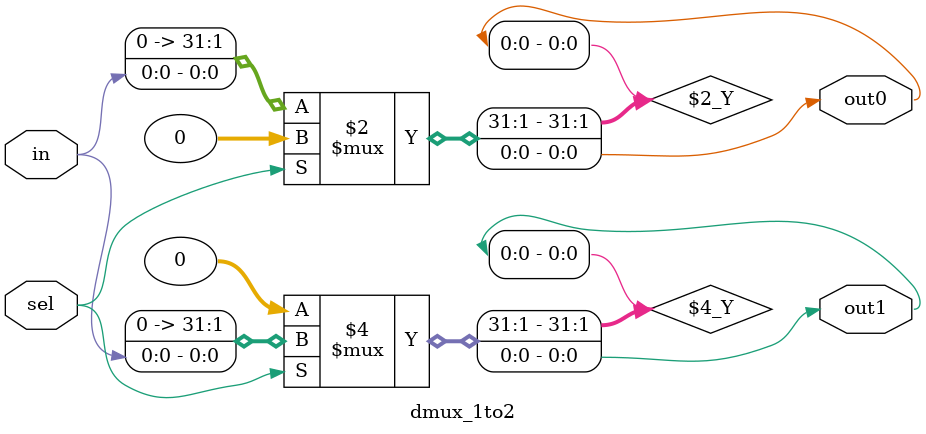
<source format=v>
module dmux_1to2(
  input in,
  input sel,
  output out0,
  output out1
);
  assign out0 = sel ? 0 : in;
  assign out1 = sel ? in : 0;
endmodule
</source>
